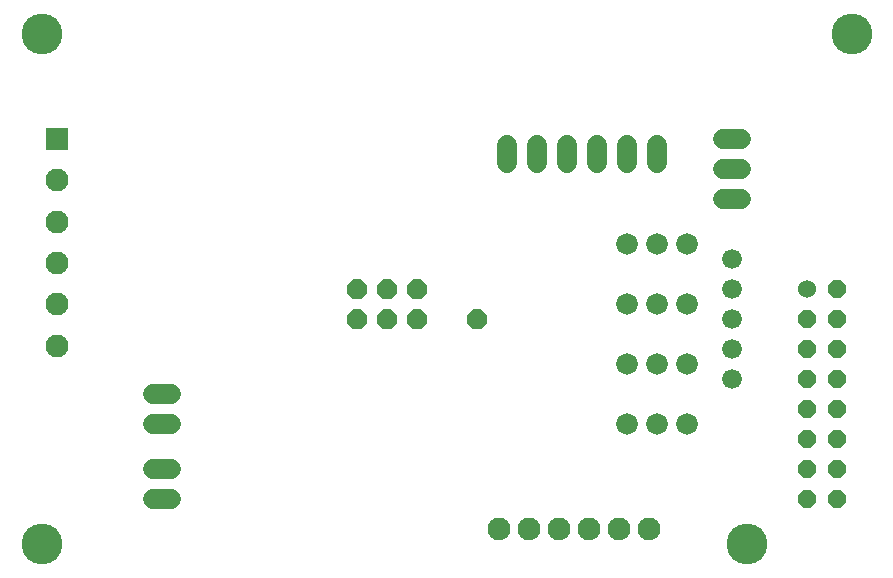
<source format=gbs>
G75*
G70*
%OFA0B0*%
%FSLAX24Y24*%
%IPPOS*%
%LPD*%
%AMOC8*
5,1,8,0,0,1.08239X$1,22.5*
%
%ADD10C,0.1360*%
%ADD11C,0.0660*%
%ADD12C,0.0600*%
%ADD13OC8,0.0600*%
%ADD14OC8,0.0660*%
%ADD15C,0.0760*%
%ADD16C,0.0720*%
%ADD17C,0.0660*%
%ADD18R,0.0769X0.0769*%
%ADD19C,0.0769*%
D10*
X002180Y002180D03*
X025680Y002180D03*
X029180Y019180D03*
X002180Y019180D03*
D11*
X017680Y015480D02*
X017680Y014880D01*
X018680Y014880D02*
X018680Y015480D01*
X019680Y015480D02*
X019680Y014880D01*
X020680Y014880D02*
X020680Y015480D01*
X021680Y015480D02*
X021680Y014880D01*
X022680Y014880D02*
X022680Y015480D01*
X024880Y015680D02*
X025480Y015680D01*
X025480Y014680D02*
X024880Y014680D01*
X024880Y013680D02*
X025480Y013680D01*
X006480Y007180D02*
X005880Y007180D01*
X005880Y006180D02*
X006480Y006180D01*
X006480Y004680D02*
X005880Y004680D01*
X005880Y003680D02*
X006480Y003680D01*
D12*
X027680Y010680D03*
D13*
X028680Y010680D03*
X028680Y009680D03*
X027680Y009680D03*
X027680Y008680D03*
X028680Y008680D03*
X028680Y007680D03*
X027680Y007680D03*
X027680Y006680D03*
X028680Y006680D03*
X028680Y005680D03*
X027680Y005680D03*
X027680Y004680D03*
X028680Y004680D03*
X028680Y003680D03*
X027680Y003680D03*
D14*
X016680Y009680D03*
X014680Y009680D03*
X013680Y009680D03*
X012680Y009680D03*
X012680Y010680D03*
X013680Y010680D03*
X014680Y010680D03*
D15*
X017430Y002680D03*
X018430Y002680D03*
X019430Y002680D03*
X020430Y002680D03*
X021430Y002680D03*
X022430Y002680D03*
D16*
X022680Y006180D03*
X021680Y006180D03*
X023680Y006180D03*
X023680Y008180D03*
X022680Y008180D03*
X021680Y008180D03*
X021680Y010180D03*
X022680Y010180D03*
X023680Y010180D03*
X023680Y012180D03*
X022680Y012180D03*
X021680Y012180D03*
D17*
X025180Y011680D03*
X025180Y010680D03*
X025180Y009680D03*
X025180Y008680D03*
X025180Y007680D03*
D18*
X002680Y015680D03*
D19*
X002680Y014302D03*
X002680Y012924D03*
X002680Y011546D03*
X002680Y010168D03*
X002680Y008790D03*
M02*

</source>
